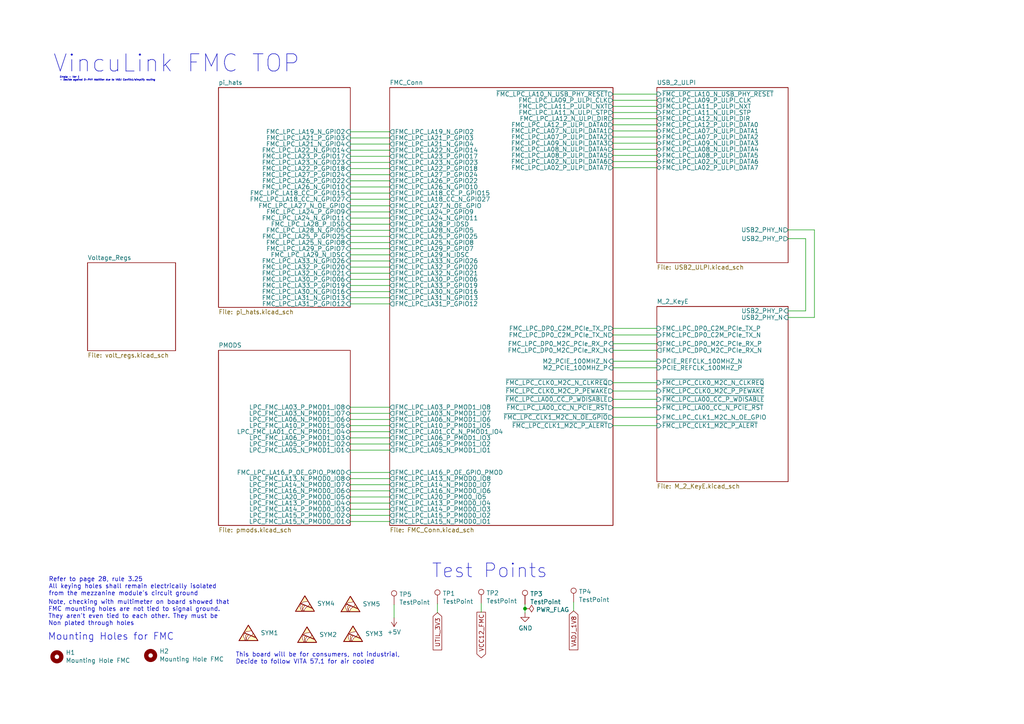
<source format=kicad_sch>
(kicad_sch (version 20230121) (generator eeschema)
  (paper "A4")
  (title_block (title "VincuLink FMC") (date "2023-05-27") (rev "1.0") (company "ApotheoTech LLC") (comment 1 "Author: Chance Reimer") (comment 2 "FMC for M.2 Key E") (comment 3 "Pi Hats, and Digilent PMOD connectors"))
  (lib_symbols
    (symbol "Connector:TestPoint" (pin_numbers hide) (pin_names (offset 0.762) hide)
      (property "Reference" "TP" (at 0 6.858 0))
      (property "Value" "TestPoint" (at 0 5.08 0))
      (symbol "TestPoint_0_1"
        (circle (center 0 3.302) (radius 0.762))
      )
      (symbol "TestPoint_1_1"
        (pin passive line (at 0 0 90) (length 2.54) (name "1") (number "1"))
      )
    )
    (symbol "Graphic:SYM_ESD_Small" (in_bom no) (on_board no)
      (symbol "SYM_ESD_Small_0_0"
        (polyline (pts (xy -1.27 0.381) (xy 2.159 -1.016)) (stroke (width 0.254)))
        (polyline (pts (xy -2.667 -1.905) (xy 2.794 -1.905) (xy 0 2.54) (xy -2.667 -1.905)) (stroke (width 0.254)))
        (polyline (pts (xy 2.7432 -1.905) (xy 2.7178 -1.8796) (xy 2.6162 -1.6764) (xy 2.5654 -1.6002) (xy 2.4892 -1.4986) (xy 2.4384 -1.3716) (xy 1.7526 -0.2286) (xy 1.7018 -0.127) (xy 1.6256 -0.0508) (xy 1.6002 0.0508) (xy 1.5494 0.1016) (xy 1.4986 0.2032) (xy 1.4732 0.2286) (xy 1.4732 0.2032) (xy 1.4478 0.2032) (xy 1.3208 0.0762) (xy 1.2954 0.0254) (xy 1.2954 -0.0254) (xy 1.27 -0.0762) (xy 1.2446 -0.1524) (xy 1.143 -0.254) (xy 1.0922 -0.3302) (xy 1.0414 -0.3556) (xy 0.9144 -0.4826) (xy 0.762 -0.5842) (xy 0.6604 -0.6604) (xy 0.508 -0.762) (xy 0.4572 -0.8128) (xy 0.3556 -0.8636) (xy 0.3048 -0.9144) (xy 0.2286 -0.9652) (xy 0.0762 -1.1938) (xy 0.0254 -1.2954) (xy -0.0254 -1.4224) (xy -0.0508 -1.4986) (xy -0.1016 -1.5748) (xy -0.127 -1.651) (xy -0.1778 -1.6764) (xy -0.2032 -1.7272) (xy -0.254 -1.7526) (xy -0.4064 -1.7526) (xy -0.4064 -1.7272) (xy -0.4572 -1.7018) (xy -0.4826 -1.6256) (xy -0.508 -1.524) (xy -0.508 -1.0922) (xy -0.4572 -0.889) (xy -0.4064 -0.8128) (xy -0.254 -0.6604) (xy -0.2032 -0.5842) (xy -0.127 -0.5334) (xy -0.1016 -0.4826) (xy -0.0762 -0.4064) (xy -0.0508 -0.3556) (xy -0.0254 -0.3302) (xy -0.0254 -0.2794) (xy 0 -0.2286) (xy -0.0762 -0.1524) (xy -0.127 -0.127) (xy -0.1524 -0.0762) (xy -0.2032 -0.0508) (xy -0.2286 -0.0254) (xy -0.254 -0.0254) (xy -0.3048 -0.0762) (xy -0.3556 -0.1016) (xy -0.4318 -0.127) (xy -0.4826 -0.1524) (xy -0.5588 -0.2286) (xy -0.6096 -0.254) (xy -0.8382 -0.4826) (xy -0.8128 -0.5588) (xy -0.7874 -0.5842) (xy -0.7874 -0.8636) (xy -0.8128 -0.889) (xy -0.8128 -0.9652) (xy -0.762 -1.016) (xy -0.762 -1.0414) (xy -0.6604 -1.2954) (xy -0.6604 -1.5748) (xy -0.6858 -1.6002) (xy -0.6858 -1.6256) (xy -0.7366 -1.7018) (xy -0.8382 -1.7526) (xy -0.9144 -1.7526) (xy -0.9398 -1.7272) (xy -0.9652 -1.6764) (xy -1.016 -1.6002) (xy -1.0414 -1.524) (xy -1.143 -1.27) (xy -1.2192 -1.0414) (xy -1.27 -0.9652) (xy -1.2954 -0.889) (xy -1.3208 -0.8382) (xy -1.3208 -0.8128) (xy -1.3716 -0.7112) (xy -1.397 -0.5842) (xy -1.397 -0.4826) (xy -1.3716 -0.381) (xy -1.3208 -0.254) (xy -1.2954 -0.2032) (xy -1.1938 -0.0508) (xy -1.0414 0.1524) (xy -0.9906 0.2032) (xy -0.9652 0.254) (xy -0.9144 0.3302) (xy -0.889 0.381) (xy -0.8636 0.381) (xy -0.8128 0.508) (xy -0.6096 0.7112) (xy -0.5334 0.7366) (xy -0.508 0.762) (xy -0.4318 0.762) (xy -0.3556 0.7874) (xy -0.2286 0.8128) (xy -0.1016 0.8128) (xy 0.0508 0.8382) (xy 0.2032 0.8382) (xy 0.3048 0.8636) (xy 0.4826 0.8636) (xy 0.5334 0.889) (xy 0.5842 0.889) (xy 0.6858 0.9398) (xy 0.7112 0.9652) (xy 0.762 0.9906) (xy 0.8128 1.0414) (xy 0.8636 1.0668) (xy 0.889 1.1176) (xy 0.9144 1.143) (xy 0.9144 1.1938) (xy 0.889 1.2192) (xy 0.8636 1.27) (xy 0.8128 1.3462) (xy 0.7112 1.5494) (xy 0.635 1.651) (xy 0.5842 1.7526) (xy 0.508 1.8796) (xy 0.4572 1.9558) (xy 0.381 2.0828) (xy 0.3048 2.1844) (xy 0.254 2.286) (xy 0.2032 2.3622) (xy 0.1778 2.4384) (xy 0.1016 2.5146) (xy 0.1016 2.54) (xy 0.0762 2.5654) (xy 0.0762 2.5908) (xy 0.0254 2.5908) (xy 0.0254 2.5654) (xy -0.0254 2.5146) (xy -0.1016 2.3622) (xy -0.254 2.1336) (xy -0.3048 2.032) (xy -0.4572 1.778) (xy -0.5588 1.6256) (xy -0.762 1.27) (xy -0.889 1.0668) (xy -1.016 0.8382) (xy -1.1684 0.6096) (xy -1.3208 0.3302) (xy -1.397 0.2032) (xy -1.524 -0.0254) (xy -1.778 -0.4318) (xy -1.8796 -0.635) (xy -2.0066 -0.8128) (xy -2.1082 -0.9906) (xy -2.2098 -1.143) (xy -2.286 -1.2954) (xy -2.4384 -1.5494) (xy -2.4892 -1.651) (xy -2.5654 -1.7526) (xy -2.5908 -1.8288) (xy -2.6162 -1.8796) (xy -2.6416 -1.905) (xy -2.6416 -1.9304) (xy 2.7432 -1.9304) (xy 2.7432 -1.905)) (stroke (width 0.127)) (fill (type background)))
      )
    )
    (symbol "Mechanical:MountingHole" (pin_names (offset 1.016))
      (property "Reference" "H" (at 0 5.08 0))
      (property "Value" "MountingHole" (at 0 3.175 0))
      (symbol "MountingHole_0_1"
        (circle (center 0 0) (radius 1.27) (stroke (width 1.27)))
      )
    )
    (symbol "power:+5V" (power) (pin_names (offset 0))
      (property "Value" "+5V" (at 0 3.556 0))
      (symbol "+5V_0_1"
        (polyline (pts (xy -0.762 1.27) (xy 0 2.54)))
        (polyline (pts (xy 0 0) (xy 0 2.54)))
        (polyline (pts (xy 0 2.54) (xy 0.762 1.27)))
      )
      (symbol "+5V_1_1"
        (pin power_in line (at 0 0 90) (length 0) hide (name "+5V") (number "1"))
      )
    )
    (symbol "power:GND" (power) (pin_names (offset 0))
      (property "Value" "GND" (at 0 -3.81 0))
      (symbol "GND_0_1"
        (polyline (pts (xy 0 0) (xy 0 -1.27) (xy 1.27 -1.27) (xy 0 -2.54) (xy -1.27 -1.27) (xy 0 -1.27)))
      )
      (symbol "GND_1_1"
        (pin power_in line (at 0 0 270) (length 0) hide (name "GND") (number "1"))
      )
    )
    (symbol "power:PWR_FLAG" (power) (pin_numbers hide) (pin_names (offset 0) hide)
      (property "Value" "PWR_FLAG" (at 0 3.81 0))
      (symbol "PWR_FLAG_0_0"
        (pin power_out line (at 0 0 90) (length 0) (name "pwr") (number "1"))
      )
      (symbol "PWR_FLAG_0_1"
        (polyline (pts (xy 0 0) (xy 0 1.27) (xy -1.016 1.905) (xy 0 2.54) (xy 1.016 1.905) (xy 0 1.27)))
      )
    )
  )
  (junction (at 152.273 176.53))
  (wire (pts (xy 177.8 95.25) (xy 190.5 95.25)))
  (wire (pts (xy 177.8 99.695) (xy 190.5 99.695)))
  (wire (pts (xy 101.6 123.444) (xy 113.03 123.444)))
  (wire (pts (xy 101.6 54.229) (xy 113.03 54.229)))
  (wire (pts (xy 233.68 69.215) (xy 233.68 90.17)))
  (wire (pts (xy 177.8 104.775) (xy 190.5 104.775)))
  (wire (pts (xy 126.873 175.133) (xy 126.873 177.673)))
  (wire (pts (xy 177.8 29.083) (xy 190.5 29.083)))
  (wire (pts (xy 101.6 125.222) (xy 113.03 125.222)))
  (wire (pts (xy 177.8 97.155) (xy 190.5 97.155)))
  (wire (pts (xy 177.8 45.085) (xy 190.5 45.085)))
  (wire (pts (xy 177.8 37.973) (xy 190.5 37.973)))
  (wire (pts (xy 139.573 175.006) (xy 139.573 177.546)))
  (wire (pts (xy 101.6 68.58) (xy 113.03 68.58)))
  (wire (pts (xy 101.6 151.257) (xy 113.03 151.257)))
  (wire (pts (xy 101.6 47.117) (xy 113.03 47.117)))
  (wire (pts (xy 101.6 56.007) (xy 113.03 56.007)))
  (wire (pts (xy 177.8 106.68) (xy 190.5 106.68)))
  (wire (pts (xy 177.8 115.824) (xy 190.5 115.824)))
  (wire (pts (xy 228.6 69.215) (xy 233.68 69.215)))
  (wire (pts (xy 101.6 57.785) (xy 113.03 57.785)))
  (wire (pts (xy 101.6 130.556) (xy 113.03 130.556)))
  (wire (pts (xy 177.8 123.444) (xy 190.5 123.444)))
  (wire (pts (xy 177.8 118.237) (xy 190.5 118.237)))
  (wire (pts (xy 101.6 50.673) (xy 113.03 50.673)))
  (wire (pts (xy 177.8 43.307) (xy 190.5 43.307)))
  (wire (pts (xy 101.6 142.367) (xy 113.03 142.367)))
  (wire (pts (xy 233.68 90.17) (xy 228.6 90.17)))
  (wire (pts (xy 177.8 101.6) (xy 190.5 101.6)))
  (wire (pts (xy 101.6 48.895) (xy 113.03 48.895)))
  (wire (pts (xy 101.6 86.36) (xy 113.03 86.36)))
  (wire (pts (xy 101.6 84.582) (xy 113.03 84.582)))
  (wire (pts (xy 101.6 144.145) (xy 113.03 144.145)))
  (wire (pts (xy 101.6 127) (xy 113.03 127)))
  (wire (pts (xy 177.8 36.195) (xy 190.5 36.195)))
  (wire (pts (xy 101.6 77.47) (xy 113.03 77.47)))
  (wire (pts (xy 101.6 75.692) (xy 113.03 75.692)))
  (wire (pts (xy 101.6 82.804) (xy 113.03 82.804)))
  (wire (pts (xy 177.8 39.751) (xy 190.5 39.751)))
  (wire (pts (xy 101.6 45.339) (xy 113.03 45.339)))
  (wire (pts (xy 177.8 30.861) (xy 190.5 30.861)))
  (wire (pts (xy 101.6 52.451) (xy 113.03 52.451)))
  (wire (pts (xy 152.273 175.26) (xy 152.273 176.53)))
  (wire (pts (xy 101.6 118.11) (xy 113.03 118.11)))
  (wire (pts (xy 177.8 48.641) (xy 190.5 48.641)))
  (wire (pts (xy 177.8 121.031) (xy 190.5 121.031)))
  (wire (pts (xy 177.8 27.305) (xy 190.5 27.305)))
  (wire (pts (xy 101.6 40.005) (xy 113.03 40.005)))
  (wire (pts (xy 177.8 110.998) (xy 190.5 110.998)))
  (wire (pts (xy 101.6 81.026) (xy 113.03 81.026)))
  (wire (pts (xy 101.6 59.69) (xy 113.03 59.69)))
  (wire (pts (xy 101.6 43.561) (xy 113.03 43.561)))
  (wire (pts (xy 101.6 72.136) (xy 113.03 72.136)))
  (wire (pts (xy 101.6 79.248) (xy 113.03 79.248)))
  (wire (pts (xy 177.8 32.639) (xy 190.5 32.639)))
  (wire (pts (xy 101.6 149.479) (xy 113.03 149.479)))
  (wire (pts (xy 101.6 138.811) (xy 113.03 138.811)))
  (wire (pts (xy 101.6 145.923) (xy 113.03 145.923)))
  (wire (pts (xy 236.22 92.075) (xy 228.6 92.075)))
  (wire (pts (xy 166.37 174.625) (xy 166.37 177.165)))
  (wire (pts (xy 101.6 121.666) (xy 113.03 121.666)))
  (wire (pts (xy 101.6 147.701) (xy 113.03 147.701)))
  (wire (pts (xy 177.8 113.411) (xy 190.5 113.411)))
  (wire (pts (xy 101.6 73.914) (xy 113.03 73.914)))
  (wire (pts (xy 177.8 41.529) (xy 190.5 41.529)))
  (wire (pts (xy 101.6 88.138) (xy 113.03 88.138)))
  (wire (pts (xy 101.6 38.227) (xy 113.03 38.227)))
  (wire (pts (xy 101.6 65.024) (xy 113.03 65.024)))
  (wire (pts (xy 101.6 61.468) (xy 113.03 61.468)))
  (wire (pts (xy 228.6 66.675) (xy 236.22 66.675)))
  (wire (pts (xy 101.6 66.802) (xy 113.03 66.802)))
  (wire (pts (xy 101.6 137.033) (xy 113.03 137.033)))
  (wire (pts (xy 101.6 63.246) (xy 113.03 63.246)))
  (wire (pts (xy 101.6 70.358) (xy 113.03 70.358)))
  (wire (pts (xy 114.3 175.387) (xy 114.3 179.197)))
  (wire (pts (xy 101.6 119.888) (xy 113.03 119.888)))
  (wire (pts (xy 152.273 176.53) (xy 152.273 177.8)))
  (wire (pts (xy 101.6 128.778) (xy 113.03 128.778)))
  (wire (pts (xy 177.8 34.417) (xy 190.5 34.417)))
  (wire (pts (xy 177.8 46.863) (xy 190.5 46.863)))
  (wire (pts (xy 101.6 140.589) (xy 113.03 140.589)))
  (wire (pts (xy 236.22 66.675) (xy 236.22 92.075)))
  (wire (pts (xy 101.6 41.783) (xy 113.03 41.783)))
  (text "Refer to page 28, rule 3.25\nAll keying holes shall remain electrically isolated\nfrom the mezzanine module's circuit ground" (at 14.097 172.974 0) (effects (font (size 1.27 1.27)) (justify left bottom)))
  (text "Mounting Holes for FMC" (at 13.843 185.928 0) (effects (font (size 2 2)) (justify left bottom)))
  (text "Test Points" (at 125.095 168.021 0) (effects (font (size 3.9878 3.9878)) (justify left bottom)))
  (text "Note, checking with multimeter on board showed that\nFMC mounting holes are not tied to signal ground. \nThey aren't even tied to each other. They must be\nNon plated through holes" (at 13.97 181.61 0) (effects (font (size 1.27 1.27)) (justify left bottom)))
  (text "Errata - Ver 1\n- Decide against D-PHY Addition due to VADJ Conflict/simplify routing" (at 17.272 23.622 0) (effects (font (size 0.5 0.5) italic) (justify left bottom)))
  (text "VincuLink FMC TOP" (at 15.24 21.463 0) (effects (font (size 5 5)) (justify left bottom)))
  (text "This board will be for consumers, not industrial,\nDecide to follow VITA 57.1 for air cooled" (at 68.326 192.786 0) (effects (font (size 1.27 1.27)) (justify left bottom)))
  (global_label "UTIL_3V3" (shape input) (at 126.873 177.673 270) (property "Intersheetrefs" "${INTERSHEET_REFS}" (effects hide)))
  (global_label "VADJ_1V8" (shape input) (at 166.37 177.165 270) (property "Intersheetrefs" "${INTERSHEET_REFS}" (effects hide)))
  (global_label "VCC12_FMC" (shape output) (at 139.573 177.546 270) (property "Intersheetrefs" "${INTERSHEET_REFS}" (effects hide)))
  (symbol (lib_id "Graphic:SYM_ESD_Small") (at 101.6 175.514 0) (unit 1)
    (property "Reference" "SYM5" (at 105.156 175.1838 0) (effects (justify left)))
    (property "Value" "SYM_ESD_Small" (effects hide))
    (property "Footprint" "apotheotech_lib:UKCA_Logo_8_5mm" (effects hide))
  )
  (symbol (lib_id "power:PWR_FLAG") (at 152.273 176.53 270) (unit 1)
    (property "Reference" "#FLG06" (effects hide))
    (property "Value" "PWR_FLAG" (at 155.448 176.8468 90) (effects (justify left)))
  )
  (symbol (lib_id "power:+5V") (at 114.3 179.197 180) (unit 1)
    (property "Reference" "#PWR082" (effects hide))
    (property "Value" "+5V" (at 114.3 183.3325 0))
  )
  (symbol (lib_id "Mechanical:MountingHole") (at 16.51 190.5 0) (unit 1)
    (property "Reference" "H1" (at 19.05 189.2554 0) (effects (justify left)))
    (property "Value" "Mounting Hole FMC" (at 19.05 191.5668 0) (effects (justify left)))
    (property "Footprint" "apotheotech_lib:MountingHole_2.7mm_M2.5_Pad_2.9mm" (effects hide))
  )
  (symbol (lib_id "Connector:TestPoint") (at 152.273 175.26 0) (unit 1)
    (property "Reference" "TP3" (at 153.7462 172.2628 0) (effects (justify left)))
    (property "Value" "TestPoint" (at 153.7462 174.5742 0) (effects (justify left)))
    (property "Footprint" "apotheotech_lib:TestPoint" (effects hide))
  )
  (symbol (lib_id "Graphic:SYM_ESD_Small") (at 72.009 183.896 0) (unit 1)
    (property "Reference" "SYM1" (at 75.565 183.5658 0) (effects (justify left)))
    (property "Value" "SYM_ESD_Small" (effects hide))
    (property "Footprint" "apotheotech_lib:ApotheoTech_Sym" (effects hide))
    (property "Sim.Enable" "0" (effects hide))
  )
  (symbol (lib_id "power:GND") (at 152.273 177.8 0) (unit 1)
    (property "Reference" "#PWR02" (effects hide))
    (property "Value" "GND" (at 152.4 182.1942 0))
  )
  (symbol (lib_id "Graphic:SYM_ESD_Small") (at 102.362 184.15 0) (unit 1)
    (property "Reference" "SYM3" (at 105.918 183.8198 0) (effects (justify left)))
    (property "Value" "SYM_ESD_Small" (effects hide))
    (property "Footprint" "Symbol:ESD-Logo_6.6x6mm_SilkScreen" (effects hide))
    (property "Sim.Enable" "0" (effects hide))
  )
  (symbol (lib_id "Connector:TestPoint") (at 114.3 175.387 0) (unit 1)
    (property "Reference" "TP5" (at 115.7732 172.3898 0) (effects (justify left)))
    (property "Value" "TestPoint" (at 115.7732 174.7012 0) (effects (justify left)))
    (property "Footprint" "apotheotech_lib:TestPoint" (effects hide))
  )
  (symbol (lib_id "Mechanical:MountingHole") (at 43.688 190.119 0) (unit 1)
    (property "Reference" "H2" (at 46.228 188.8744 0) (effects (justify left)))
    (property "Value" "Mounting Hole FMC" (at 46.228 191.1858 0) (effects (justify left)))
    (property "Footprint" "apotheotech_lib:MountingHole_2.7mm_M2.5_Pad_2.9mm" (effects hide))
  )
  (symbol (lib_id "Graphic:SYM_ESD_Small") (at 88.392 175.387 0) (unit 1)
    (property "Reference" "SYM4" (at 91.948 175.0568 0) (effects (justify left)))
    (property "Value" "SYM_ESD_Small" (effects hide))
    (property "Footprint" "Symbol:CE-Logo_8.5x6mm_SilkScreen" (effects hide))
  )
  (symbol (lib_id "Connector:TestPoint") (at 139.573 175.006 0) (unit 1)
    (property "Reference" "TP2" (at 141.0462 172.0088 0) (effects (justify left)))
    (property "Value" "TestPoint" (at 141.0462 174.3202 0) (effects (justify left)))
    (property "Footprint" "apotheotech_lib:TestPoint" (effects hide))
  )
  (symbol (lib_id "Graphic:SYM_ESD_Small") (at 89.027 184.404 0) (unit 1)
    (property "Reference" "SYM2" (at 92.583 184.0738 0) (effects (justify left)))
    (property "Value" "SYM_ESD_Small" (effects hide))
    (property "Footprint" "Symbol:WEEE-Logo_4.2x6mm_SilkScreen" (effects hide))
    (property "Sim.Enable" "0" (effects hide))
  )
  (symbol (lib_id "Connector:TestPoint") (at 126.873 175.133 0) (unit 1)
    (property "Reference" "TP1" (at 128.3462 172.1358 0) (effects (justify left)))
    (property "Value" "TestPoint" (at 128.3462 174.4472 0) (effects (justify left)))
    (property "Footprint" "apotheotech_lib:TestPoint" (effects hide))
  )
  (symbol (lib_id "Connector:TestPoint") (at 166.37 174.625 0) (unit 1)
    (property "Reference" "TP4" (at 167.8432 171.6278 0) (effects (justify left)))
    (property "Value" "TestPoint" (at 167.8432 173.9392 0) (effects (justify left)))
    (property "Footprint" "apotheotech_lib:TestPoint" (effects hide))
  )
  (sheet (at 113.03 25.4) (size 64.77 127) (stroke (width 0.1524))
    (property "Sheetname" "FMC_Conn" (at 113.03 24.6884 0) (effects (justify left bottom)))
    (property "Sheetfile" "FMC_Conn.kicad_sch" (at 113.03 152.9846 0) (effects (justify left top)))
    (pin "FMC_LPC_DP0_C2M_PCIe_TX_P" output (at 177.8 95.25 0))
    (pin "FMC_LPC_DP0_M2C_PCIe_RX_N" input (at 177.8 101.6 0))
    (pin "FMC_LPC_DP0_M2C_PCIe_RX_P" input (at 177.8 99.695 0))
    (pin "FMC_LPC_DP0_C2M_PCIe_TX_N" output (at 177.8 97.155 0))
    (pin "M2_PCIE_100MHZ_N" input (at 177.8 104.775 0))
    (pin "M2_PCIE_100MHZ_P" input (at 177.8 106.68 0))
    (pin "FMC_LPC_LA32_P_GPIO20" output (at 113.03 77.47 180))
    (pin "FMC_LPC_LA32_N_GPIO21" output (at 113.03 79.248 180))
    (pin "FMC_LPC_LA33_P_GPIO19" output (at 113.03 82.804 180))
    (pin "FMC_LPC_LA33_N_GPIO26" output (at 113.03 75.692 180))
    (pin "FMC_LPC_LA31_P_GPIO12" output (at 113.03 88.138 180))
    (pin "FMC_LPC_LA31_N_GPIO13" output (at 113.03 86.36 180))
    (pin "FMC_LPC_LA30_P_GPIO06" output (at 113.03 81.026 180))
    (pin "FMC_LPC_LA29_N_IDSC" output (at 113.03 73.914 180))
    (pin "FMC_LPC_LA29_P_GPIO7" output (at 113.03 72.136 180))
    (pin "FMC_LPC_LA25_N_GPIO8" output (at 113.03 70.358 180))
    (pin "FMC_LPC_LA25_P_GPIO25" output (at 113.03 68.58 180))
    (pin "FMC_LPC_LA28_N_GPIO5" output (at 113.03 66.802 180))
    (pin "FMC_LPC_LA28_P_IDSD" output (at 113.03 65.024 180))
    (pin "FMC_LPC_LA24_P_GPIO9" output (at 113.03 61.468 180))
    (pin "FMC_LPC_LA24_N_GPIO11" output (at 113.03 63.246 180))
    (pin "FMC_LPC_LA18_CC_N_GPIO27" output (at 113.03 57.785 180))
    (pin "FMC_LPC_LA27_P_GPIO24" output (at 113.03 50.673 180))
    (pin "FMC_LPC_LA26_N_GPIO10" output (at 113.03 54.229 180))
    (pin "FMC_LPC_LA26_P_GPIO22" output (at 113.03 52.451 180))
    (pin "FMC_LPC_LA23_P_GPIO17" output (at 113.03 45.339 180))
    (pin "FMC_LPC_LA23_N_GPIO23" output (at 113.03 47.117 180))
    (pin "FMC_LPC_LA22_N_GPIO14" output (at 113.03 43.561 180))
    (pin "FMC_LPC_LA21_P_GPIO3" output (at 113.03 40.005 180))
    (pin "FMC_LPC_LA19_N_GPIO2" output (at 113.03 38.227 180))
    (pin "FMC_LPC_LA21_N_GPIO4" output (at 113.03 41.783 180))
    (pin "FMC_LPC_LA13_N_PMOD0_IO8" output (at 113.03 138.811 180))
    (pin "FMC_LPC_LA13_P_PMOD0_IO4" output (at 113.03 145.923 180))
    (pin "FMC_LPC_LA14_P_PMOD0_IO3" output (at 113.03 147.701 180))
    (pin "FMC_LPC_LA14_N_PMOD0_IO7" output (at 113.03 140.589 180))
    (pin "FMC_LPC_LA20_P_PMO0_IO5" output (at 113.03 144.145 180))
    (pin "FMC_LPC_LA16_N_PMOD0_IO6" output (at 113.03 142.367 180))
    (pin "FMC_LPC_LA15_P_PMOD0_IO2" output (at 113.03 149.479 180))
    (pin "FMC_LPC_LA15_N_PMOD0_IO1" output (at 113.03 151.257 180))
    (pin "FMC_LPC_LA16_P_OE_GPIO_PMOD" output (at 113.03 137.033 180))
    (pin "FMC_LPC_LA09_P_ULPI_CLK" output (at 177.8 29.083 0))
    (pin "FMC_LPC_LA09_N_ULPI_DATA3" output (at 177.8 41.529 0))
    (pin "FMC_LPC_LA12_N_ULPI_DIR" output (at 177.8 34.417 0))
    (pin "FMC_LPC_LA12_P_ULPI_DATA0" output (at 177.8 36.195 0))
    (pin "FMC_LPC_LA08_P_ULPI_DATA5" output (at 177.8 45.085 0))
    (pin "FMC_LPC_LA08_N_ULPI_DATA4" output (at 177.8 43.307 0))
    (pin "FMC_LPC_LA07_P_ULPI_DATA2" output (at 177.8 39.751 0))
    (pin "FMC_LPC_LA07_N_ULPI_DATA1" output (at 177.8 37.973 0))
    (pin "FMC_LPC_LA02_P_ULPI_DATA7" output (at 177.8 48.641 0))
    (pin "FMC_LPC_LA02_N_ULPI_DATA6" output (at 177.8 46.863 0))
    (pin "FMC_LPC_LA11_N_ULPI_STP" output (at 177.8 32.639 0))
    (pin "FMC_LPC_LA11_P_ULPI_NXT" output (at 177.8 30.861 0))
    (pin "~{FMC_LPC_LA10_N_USB_PHY_RESET}" output (at 177.8 27.305 0))
    (pin "FMC_LPC_LA10_P_PMOD1_IO5" output (at 113.03 123.444 180))
    (pin "FMC_LPC_LA06_P_PMOD1_IO3" output (at 113.03 127 180))
    (pin "FMC_LPC_LA06_N_PMOD1_IO6" output (at 113.03 121.666 180))
    (pin "FMC_LPC_LA05_P_PMOD1_IO2" output (at 113.03 128.778 180))
    (pin "FMC_LPC_LA05_N_PMOD1_IO1" output (at 113.03 130.556 180))
    (pin "FMC_LPC_LA01_CC_N_PMOD1_IO4" output (at 113.03 125.222 180))
    (pin "FMC_LPC_LA03_P_PMOD1_IO8" output (at 113.03 118.11 180))
    (pin "FMC_LPC_LA03_N_PMOD1_IO7" output (at 113.03 119.888 180))
    (pin "~{FMC_LPC_CLK1_M2C_P_ALERT}" output (at 177.8 123.444 0))
    (pin "~{FMC_LPC_CLK1_M2C_N_OE_GPIO}" output (at 177.8 121.031 0))
    (pin "~{FMC_LPC_CLK0_M2C_P_PEWAKE}" output (at 177.8 113.411 0))
    (pin "~{FMC_LPC_CLK0_M2C_N_CLKREQ}" output (at 177.8 110.998 0))
    (pin "~{FMC_LPC_LA00_CC_N_PCIE_RST}" output (at 177.8 118.237 0))
    (pin "~{FMC_LPC_LA00_CC_P_WDISABLE}" output (at 177.8 115.824 0))
    (pin "FMC_LPC_LA27_N_OE_GPIO" output (at 113.03 59.69 180))
    (pin "FMC_LPC_LA30_N_GPIO16" output (at 113.03 84.582 180))
    (pin "FMC_LPC_LA18_CC_P_GPIO15" output (at 113.03 56.007 180))
    (pin "FMC_LPC_LA22_P_GPIO18" output (at 113.03 48.895 180))
  )
  (sheet (at 25.4 76.2) (size 25.527 25.527) (stroke (width 0.1524))
    (property "Sheetname" "Voltage_Regs" (at 25.4 75.4884 0) (effects (justify left bottom)))
    (property "Sheetfile" "volt_regs.kicad_sch" (at 25.4 102.3116 0) (effects (justify left top)))
  )
  (sheet (at 190.5 88.9) (size 38.1 50.8) (stroke (width 0.1524))
    (property "Sheetname" "M_2_KeyE" (at 190.5 88.1884 0) (effects (justify left bottom)))
    (property "Sheetfile" "M_2_KeyE.kicad_sch" (at 190.5 140.2846 0) (effects (justify left top)))
    (pin "FMC_LPC_DP0_C2M_PCIe_TX_P" input (at 190.5 95.25 180))
    (pin "FMC_LPC_DP0_M2C_PCIe_RX_P" output (at 190.5 99.695 180))
    (pin "PCIE_REFCLK_100MHZ_N" input (at 190.5 104.775 180))
    (pin "USB2_PHY_N" input (at 228.6 92.075 0))
    (pin "FMC_LPC_DP0_C2M_PCIe_TX_N" input (at 190.5 97.155 180))
    (pin "USB2_PHY_P" input (at 228.6 90.17 0))
    (pin "FMC_LPC_DP0_M2C_PCIe_RX_N" output (at 190.5 101.6 180))
    (pin "PCIE_REFCLK_100MHZ_P" input (at 190.5 106.68 180))
    (pin "~{FMC_LPC_CLK0_M2C_N_CLKREQ}" input (at 190.5 110.998 180))
    (pin "~{FMC_LPC_LA00_CC_P_WDISABLE}" input (at 190.5 115.824 180))
    (pin "~{FMC_LPC_LA00_CC_N_PCIE_RST}" input (at 190.5 118.237 180))
    (pin "~{FMC_LPC_CLK0_M2C_P_PEWAKE}" input (at 190.5 113.411 180))
    (pin "FMC_LPC_CLK1_M2C_N_OE_GPIO" input (at 190.5 121.031 180))
    (pin "~{FMC_LPC_CLK1_M2C_P_ALERT}" input (at 190.5 123.444 180))
  )
  (sheet (at 190.5 25.4) (size 38.1 50.8) (stroke (width 0.1524))
    (property "Sheetname" "USB_2_ULPI" (at 190.5 24.6884 0) (effects (justify left bottom)))
    (property "Sheetfile" "USB2_ULPI.kicad_sch" (at 190.5 76.7846 0) (effects (justify left top)))
    (pin "USB2_PHY_P" output (at 228.6 69.215 0))
    (pin "USB2_PHY_N" output (at 228.6 66.675 0))
    (pin "FMC_LPC_LA09_P_ULPI_CLK" output (at 190.5 29.083 180))
    (pin "FMC_LPC_LA11_P_ULPI_NXT" output (at 190.5 30.861 180))
    (pin "FMC_LPC_LA11_N_ULPI_STP" input (at 190.5 32.639 180))
    (pin "FMC_LPC_LA07_N_ULPI_DATA1" bidirectional (at 190.5 37.973 180))
    (pin "FMC_LPC_LA12_P_ULPI_DATA0" bidirectional (at 190.5 36.195 180))
    (pin "FMC_LPC_LA12_N_ULPI_DIR" output (at 190.5 34.417 180))
    (pin "FMC_LPC_LA09_N_ULPI_DATA3" bidirectional (at 190.5 41.529 180))
    (pin "FMC_LPC_LA07_P_ULPI_DATA2" bidirectional (at 190.5 39.751 180))
    (pin "FMC_LPC_LA08_N_ULPI_DATA4" bidirectional (at 190.5 43.307 180))
    (pin "FMC_LPC_LA08_P_ULPI_DATA5" bidirectional (at 190.5 45.085 180))
    (pin "FMC_LPC_LA02_N_ULPI_DATA6" bidirectional (at 190.5 46.863 180))
    (pin "FMC_LPC_LA02_P_ULPI_DATA7" bidirectional (at 190.5 48.641 180))
    (pin "~{FMC_LPC_LA10_N_USB_PHY_RESET}" input (at 190.5 27.305 180))
  )
  (sheet (at 63.373 25.4) (size 38.227 63.754) (stroke (width 0.1524))
    (property "Sheetname" "pi_hats" (at 63.373 24.6884 0) (effects (justify left bottom)))
    (property "Sheetfile" "pi_hats.kicad_sch" (at 63.373 89.7386 0) (effects (justify left top)))
    (pin "FMC_LPC_LA27_N_OE_GPIO" input (at 101.6 59.69 0))
    (pin "FMC_LPC_LA30_P_GPIO06" input (at 101.6 81.026 0))
    (pin "FMC_LPC_LA31_P_GPIO12" input (at 101.6 88.138 0))
    (pin "FMC_LPC_LA31_N_GPIO13" input (at 101.6 86.36 0))
    (pin "FMC_LPC_LA33_P_GPIO19" input (at 101.6 82.804 0))
    (pin "FMC_LPC_LA32_P_GPIO20" input (at 101.6 77.47 0))
    (pin "FMC_LPC_LA33_N_GPIO26" input (at 101.6 75.692 0))
    (pin "FMC_LPC_LA32_N_GPIO21" input (at 101.6 79.248 0))
    (pin "FMC_LPC_LA30_N_GPIO16" input (at 101.6 84.582 0))
    (pin "FMC_LPC_LA26_P_GPIO22" input (at 101.6 52.451 0))
    (pin "FMC_LPC_LA27_P_GPIO24" input (at 101.6 50.673 0))
    (pin "FMC_LPC_LA26_N_GPIO10" input (at 101.6 54.229 0))
    (pin "FMC_LPC_LA28_N_GPIO5" input (at 101.6 66.802 0))
    (pin "FMC_LPC_LA29_N_IDSC" input (at 101.6 73.914 0))
    (pin "FMC_LPC_LA29_P_GPIO7" input (at 101.6 72.136 0))
    (pin "FMC_LPC_LA24_N_GPIO11" input (at 101.6 63.246 0))
    (pin "FMC_LPC_LA28_P_IDSD" input (at 101.6 65.024 0))
    (pin "FMC_LPC_LA24_P_GPIO9" input (at 101.6 61.468 0))
    (pin "FMC_LPC_LA25_P_GPIO25" input (at 101.6 68.58 0))
    (pin "FMC_LPC_LA25_N_GPIO8" input (at 101.6 70.358 0))
    (pin "FMC_LPC_LA18_CC_P_GPIO15" input (at 101.6 56.007 0))
    (pin "FMC_LPC_LA23_P_GPIO17" input (at 101.6 45.339 0))
    (pin "FMC_LPC_LA23_N_GPIO23" input (at 101.6 47.117 0))
    (pin "FMC_LPC_LA18_CC_N_GPIO27" input (at 101.6 57.785 0))
    (pin "FMC_LPC_LA22_P_GPIO18" input (at 101.6 48.895 0))
    (pin "FMC_LPC_LA21_P_GPIO3" input (at 101.6 40.005 0))
    (pin "FMC_LPC_LA19_N_GPIO2" input (at 101.6 38.227 0))
    (pin "FMC_LPC_LA22_N_GPIO14" input (at 101.6 43.561 0))
    (pin "FMC_LPC_LA21_N_GPIO4" input (at 101.6 41.783 0))
  )
  (sheet (at 63.373 101.6) (size 38.227 50.8) (stroke (width 0.1524))
    (property "Sheetname" "PMODS" (at 63.373 100.8884 0) (effects (justify left bottom)))
    (property "Sheetfile" "pmods.kicad_sch" (at 63.373 152.9846 0) (effects (justify left top)))
    (pin "LPC_FMC_LA14_P_PMOD0_IO3" bidirectional (at 101.6 147.701 0))
    (pin "LPC_FMC_LA14_N_PMOD0_IO7" bidirectional (at 101.6 140.589 0))
    (pin "LPC_FMC_LA15_N_PMOD0_IO1" bidirectional (at 101.6 151.257 0))
    (pin "LPC_FMC_LA20_P_PMOD0_IO5" bidirectional (at 101.6 144.145 0))
    (pin "LPC_FMC_LA13_P_PMOD0_IO4" bidirectional (at 101.6 145.923 0))
    (pin "LPC_FMC_LA15_P_PMOD0_IO2" bidirectional (at 101.6 149.479 0))
    (pin "LPC_FMC_LA16_N_PMOD0_IO6" bidirectional (at 101.6 142.367 0))
    (pin "LPC_FMC_LA13_N_PMOD0_IO8" bidirectional (at 101.6 138.811 0))
    (pin "FMC_LPC_LA16_P_OE_GPIO_PMOD" input (at 101.6 137.033 0))
    (pin "LPC_FMC_LA10_P_PMOD1_IO5" bidirectional (at 101.6 123.444 0))
    (pin "LPC_FMC_LA05_N_PMOD1_IO1" bidirectional (at 101.6 130.556 0))
    (pin "LPC_FMC_LA06_N_PMOD1_IO6" bidirectional (at 101.6 121.666 0))
    (pin "LPC_FMC_LA05_P_PMOD1_IO2" bidirectional (at 101.6 128.778 0))
    (pin "LPC_FMC_LA06_P_PMOD1_IO3" bidirectional (at 101.6 127 0))
    (pin "LPC_FMC_LA03_P_PMOD1_IO8" bidirectional (at 101.6 118.11 0))
    (pin "LPC_FMC_LA03_N_PMOD1_IO7" bidirectional (at 101.6 119.888 0))
    (pin "LPC_FMC_LA01_CC_N_PMOD1_IO4" bidirectional (at 101.6 125.222 0))
  )
)
</source>
